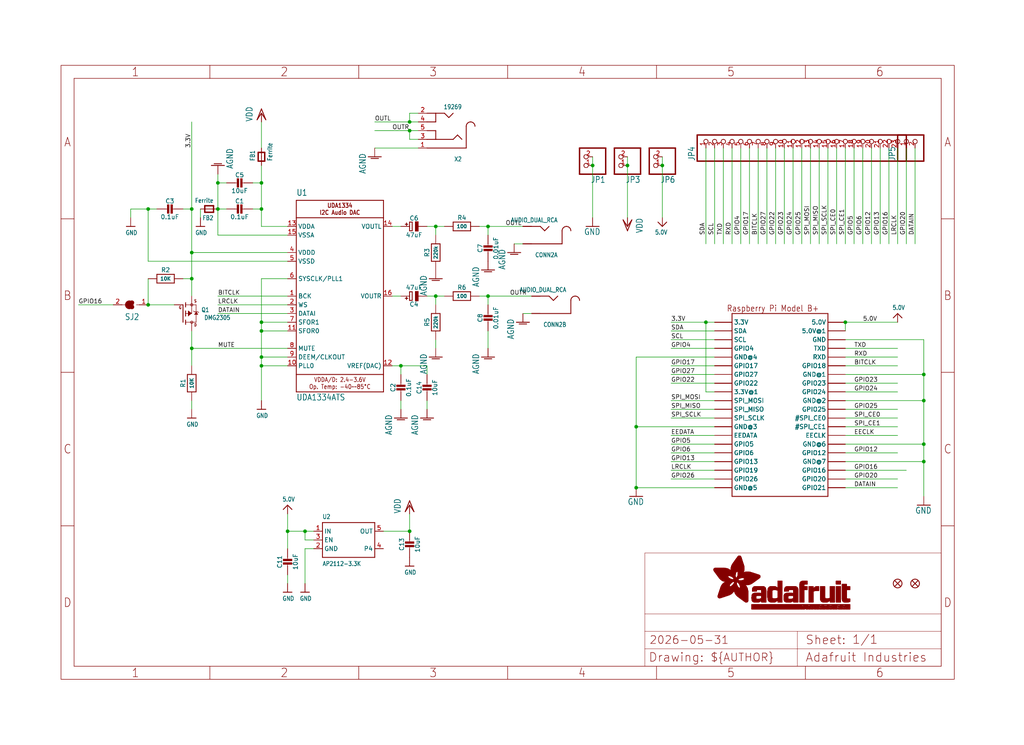
<source format=kicad_sch>
(kicad_sch (version 20230121) (generator eeschema)
  (paper "User" 298.45 217.322)
  (lib_symbols
    (symbol "working-eagle-import:5.0V" (power)
      (property "Value" "5.0V" (at -1.524 1.016 0))
      (symbol "5.0V_1_0"
        (pin power_in line (at 0 -2.54 90) (length 2.54) (name "5.0V") (number "1"))
      )
    )
    (symbol "working-eagle-import:AGND" (power)
      (property "Value" "AGND" (at -2.54 -5.08 90))
      (symbol "AGND_1_0"
        (pin power_in line (at 0 2.54 270) (length 2.54) (name "AGND") (number "1"))
      )
    )
    (symbol "working-eagle-import:AUDIO_3.5MMJACK"
      (property "Reference" "X" (at -5.08 7.62 0))
      (symbol "AUDIO_3.5MMJACK_1_0"
        (pin bidirectional line (at 7.62 5.08 180) (length 2.54) (name "P$1") (number "1"))
        (pin bidirectional line (at 7.62 -5.08 180) (length 2.54) (name "P$5") (number "2"))
        (pin bidirectional line (at 7.62 2.54 180) (length 2.54) (name "P$2") (number "3"))
        (pin bidirectional line (at 7.62 -2.54 180) (length 2.54) (name "P$4") (number "4"))
        (pin bidirectional line (at 7.62 0 180) (length 2.54) (name "P$3") (number "5"))
      )
    )
    (symbol "working-eagle-import:AUDIO_DUAL_RCA"
      (property "Reference" "CONN" (at -2.54 5.08 0))
      (symbol "AUDIO_DUAL_RCA_1_0"
        (pin bidirectional line (at 7.62 2.54 180) (length 2.54) (name "SLEEVE") (number "L_G"))
        (pin bidirectional line (at 7.62 2.54 180) (length 2.54) (name "SLEEVE") (number "L_G'"))
        (pin bidirectional line (at 7.62 -2.54 180) (length 2.54) (name "TIP") (number "L_SIG"))
        (pin bidirectional line (at 7.62 -2.54 180) (length 2.54) (name "TIP") (number "L_SIG'"))
      )
      (symbol "AUDIO_DUAL_RCA_2_0"
        (pin bidirectional line (at 7.62 2.54 180) (length 2.54) (name "SLEEVE") (number "R_G"))
        (pin bidirectional line (at 7.62 2.54 180) (length 2.54) (name "SLEEVE") (number "R_G'"))
        (pin bidirectional line (at 7.62 -2.54 180) (length 2.54) (name "TIP") (number "R_SIG"))
        (pin bidirectional line (at 7.62 -2.54 180) (length 2.54) (name "TIP") (number "R_SIG'"))
      )
    )
    (symbol "working-eagle-import:AUDIO_I2S_UDA1334{dblquote}{dblquote}"
      (property "Reference" "U" (at -12.7 29.21 0))
      (symbol "AUDIO_I2S_UDA1334{dblquote}{dblquote}_1_0"
        (text "UDA1334\nI2C Audio DAC" (at 0 25.4 0) (effects (font (size 1.27 1.0795) (thickness 0.2159) bold)))
        (text "VDDA/D: 2.4-3.6V\nOp. Temp: -40~~85°C" (at 0 -25.4 0) (effects (font (size 1.27 1.0795))))
        (pin input line (at -15.24 0 0) (length 2.54) (name "BCK") (number "1"))
        (pin input line (at -15.24 -20.32 0) (length 2.54) (name "PLL0") (number "10"))
        (pin input line (at -15.24 -10.16 0) (length 2.54) (name "SFOR0") (number "11"))
        (pin output line (at 15.24 -20.32 180) (length 2.54) (name "VREF(DAC)") (number "12"))
        (pin power_in line (at -15.24 20.32 0) (length 2.54) (name "VDDA") (number "13"))
        (pin output line (at 15.24 20.32 180) (length 2.54) (name "VOUTL") (number "14"))
        (pin power_in line (at -15.24 17.78 0) (length 2.54) (name "VSSA") (number "15"))
        (pin output line (at 15.24 0 180) (length 2.54) (name "VOUTR") (number "16"))
        (pin input line (at -15.24 -2.54 0) (length 2.54) (name "WS") (number "2"))
        (pin input line (at -15.24 -5.08 0) (length 2.54) (name "DATAI") (number "3"))
        (pin power_in line (at -15.24 12.7 0) (length 2.54) (name "VDDD") (number "4"))
        (pin power_in line (at -15.24 10.16 0) (length 2.54) (name "VSSD") (number "5"))
        (pin input line (at -15.24 5.08 0) (length 2.54) (name "SYSCLK/PLL1") (number "6"))
        (pin input line (at -15.24 -7.62 0) (length 2.54) (name "SFOR1") (number "7"))
        (pin input line (at -15.24 -15.24 0) (length 2.54) (name "MUTE") (number "8"))
        (pin bidirectional line (at -15.24 -17.78 0) (length 2.54) (name "DEEM/CLKOUT") (number "9"))
      )
    )
    (symbol "working-eagle-import:CAP_CERAMIC0603_NO"
      (property "Reference" "C" (at -2.29 1.25 90))
      (symbol "CAP_CERAMIC0603_NO_1_0"
        (pin passive line (at 0 5.08 270) (length 2.54) (name "1") (number "1"))
        (pin passive line (at 0 -2.54 90) (length 2.54) (name "2") (number "2"))
      )
    )
    (symbol "working-eagle-import:CAP_CERAMIC0805-NOOUTLINE"
      (property "Reference" "C" (at -2.29 1.25 90))
      (symbol "CAP_CERAMIC0805-NOOUTLINE_1_0"
        (pin passive line (at 0 5.08 270) (length 2.54) (name "1") (number "1"))
        (pin passive line (at 0 -2.54 90) (length 2.54) (name "2") (number "2"))
      )
    )
    (symbol "working-eagle-import:CAP_ELECTROLYTICPANASONIC_C"
      (property "Reference" "C" (at -2.39 1.25 90))
      (symbol "CAP_ELECTROLYTICPANASONIC_C_1_0"
        (pin passive line (at 0 5.08 270) (length 2.54) (name "+") (number "+"))
        (pin passive line (at 0 -2.54 90) (length 2.54) (name "-") (number "-"))
      )
    )
    (symbol "working-eagle-import:FERRITE0805"
      (property "Reference" "FB" (at -1.27 1.905 0))
      (symbol "FERRITE0805_1_0"
        (pin passive line (at -2.54 0 0) (length 2.54) (name "P$1") (number "1"))
        (pin passive line (at 2.54 0 180) (length 2.54) (name "P$2") (number "2"))
      )
    )
    (symbol "working-eagle-import:FIDUCIAL_1MM")
    (symbol "working-eagle-import:FRAME_A4_ADAFRUIT"
      (symbol "FRAME_A4_ADAFRUIT_1_0"
        (text "${#}/${##}" (at 230.505 10.16 0) (effects (font (size 2.54 2.54)) (justify left bottom)))
        (text "${AUTHOR}" (at 189.23 5.08 0) (effects (font (size 2.286 2.286)) (justify left bottom)))
        (text "${CURRENT_DATE}" (at 171.45 10.16 0) (effects (font (size 2.286 2.286)) (justify left bottom)))
        (text "${PROJECTNAME}" (at 171.45 15.24 0) (effects (font (size 2.54 2.54)) (justify left bottom)))
        (text "1" (at 21.6958 1.905 0) (effects (font (size 2.54 2.286))))
        (text "1" (at 21.6958 177.165 0) (effects (font (size 2.54 2.286))))
        (text "2" (at 65.0875 1.905 0) (effects (font (size 2.54 2.286))))
        (text "2" (at 65.0875 177.165 0) (effects (font (size 2.54 2.286))))
        (text "3" (at 108.4792 1.905 0) (effects (font (size 2.54 2.286))))
        (text "3" (at 108.4792 177.165 0) (effects (font (size 2.54 2.286))))
        (text "4" (at 151.8708 1.905 0) (effects (font (size 2.54 2.286))))
        (text "4" (at 151.8708 177.165 0) (effects (font (size 2.54 2.286))))
        (text "5" (at 195.2625 1.905 0) (effects (font (size 2.54 2.286))))
        (text "5" (at 195.2625 177.165 0) (effects (font (size 2.54 2.286))))
        (text "6" (at 238.6542 1.905 0) (effects (font (size 2.54 2.286))))
        (text "6" (at 238.6542 177.165 0) (effects (font (size 2.54 2.286))))
        (text "A" (at 1.905 156.6863 0) (effects (font (size 2.54 2.286))))
        (text "A" (at 258.445 156.6863 0) (effects (font (size 2.54 2.286))))
        (text "Adafruit Industries" (at 216.916 4.953 0) (effects (font (size 2.54 2.54)) (justify left bottom)))
        (text "B" (at 1.905 111.9188 0) (effects (font (size 2.54 2.286))))
        (text "B" (at 258.445 111.9188 0) (effects (font (size 2.54 2.286))))
        (text "C" (at 1.905 67.1513 0) (effects (font (size 2.54 2.286))))
        (text "C" (at 258.445 67.1513 0) (effects (font (size 2.54 2.286))))
        (text "D" (at 1.905 22.3838 0) (effects (font (size 2.54 2.286))))
        (text "D" (at 258.445 22.3838 0) (effects (font (size 2.54 2.286))))
        (text "Drawing:" (at 171.196 4.953 0) (effects (font (size 2.54 2.54)) (justify left bottom)))
        (text "Sheet:" (at 216.916 10.033 0) (effects (font (size 2.54 2.54)) (justify left bottom)))
      )
    )
    (symbol "working-eagle-import:GND" (power)
      (property "Value" "GND" (at -1.524 -2.54 0))
      (symbol "GND_1_0"
        (pin power_in line (at 0 2.54 270) (length 2.54) (name "GND") (number "1"))
      )
    )
    (symbol "working-eagle-import:HEADER-1X23"
      (property "Reference" "JP" (at -1.27 31.115 0))
      (symbol "HEADER-1X23_1_0"
        (pin passive inverted (at 2.54 27.94 0) (length 2.54) (name "1") (number "1"))
        (pin passive inverted (at 2.54 5.08 0) (length 2.54) (name "10") (number "10"))
        (pin passive inverted (at 2.54 2.54 0) (length 2.54) (name "11") (number "11"))
        (pin passive inverted (at 2.54 0 0) (length 2.54) (name "12") (number "12"))
        (pin passive inverted (at 2.54 -2.54 0) (length 2.54) (name "13") (number "13"))
        (pin passive inverted (at 2.54 -5.08 0) (length 2.54) (name "14") (number "14"))
        (pin passive inverted (at 2.54 -7.62 0) (length 2.54) (name "15") (number "15"))
        (pin passive inverted (at 2.54 -10.16 0) (length 2.54) (name "16") (number "16"))
        (pin passive inverted (at 2.54 -12.7 0) (length 2.54) (name "17") (number "17"))
        (pin passive inverted (at 2.54 -15.24 0) (length 2.54) (name "18") (number "18"))
        (pin passive inverted (at 2.54 -17.78 0) (length 2.54) (name "19") (number "19"))
        (pin passive inverted (at 2.54 25.4 0) (length 2.54) (name "2") (number "2"))
        (pin passive inverted (at 2.54 -20.32 0) (length 2.54) (name "20") (number "20"))
        (pin passive inverted (at 2.54 -22.86 0) (length 2.54) (name "21") (number "21"))
        (pin passive inverted (at 2.54 -25.4 0) (length 2.54) (name "22") (number "22"))
        (pin passive inverted (at 2.54 -27.94 0) (length 2.54) (name "23") (number "23"))
        (pin passive inverted (at 2.54 22.86 0) (length 2.54) (name "3") (number "3"))
        (pin passive inverted (at 2.54 20.32 0) (length 2.54) (name "4") (number "4"))
        (pin passive inverted (at 2.54 17.78 0) (length 2.54) (name "5") (number "5"))
        (pin passive inverted (at 2.54 15.24 0) (length 2.54) (name "6") (number "6"))
        (pin passive inverted (at 2.54 12.7 0) (length 2.54) (name "7") (number "7"))
        (pin passive inverted (at 2.54 10.16 0) (length 2.54) (name "8") (number "8"))
        (pin passive inverted (at 2.54 7.62 0) (length 2.54) (name "9") (number "9"))
      )
    )
    (symbol "working-eagle-import:HEADER-1X2ROUND"
      (property "Reference" "JP" (at -6.35 5.715 0))
      (symbol "HEADER-1X2ROUND_1_0"
        (pin passive inverted (at -2.54 2.54 0) (length 2.54) (name "1") (number "1"))
        (pin passive inverted (at -2.54 0 0) (length 2.54) (name "2") (number "2"))
      )
    )
    (symbol "working-eagle-import:MOSFET-PWIDE"
      (property "Reference" "Q" (at 2.794 0.381 0))
      (symbol "MOSFET-PWIDE_1_0"
        (text "D" (at 0.635 -3.81 0) (effects (font (size 0.8128 0.6908)) (justify left bottom)))
        (text "G" (at -3.81 1.27 0) (effects (font (size 0.8128 0.6908)) (justify left bottom)))
        (text "S" (at 0.635 3.175 0) (effects (font (size 0.8128 0.6908)) (justify left bottom)))
        (pin passive line (at -5.08 2.54 0) (length 2.54) (name "G") (number "1"))
        (pin passive line (at 0 5.08 270) (length 2.54) (name "S") (number "2"))
        (pin passive line (at 0 -5.08 90) (length 2.54) (name "D") (number "3"))
      )
    )
    (symbol "working-eagle-import:RASPBERRYPI_BPLUS_BONNET_THMSMT"
      (symbol "RASPBERRYPI_BPLUS_BONNET_THMSMT_1_0"
        (text "Raspberry Pi Model B+" (at 12.7 25.4 0) (effects (font (size 1.778 1.5113)) (justify right top)))
        (pin power_in line (at -17.78 20.32 0) (length 5.08) (name "3.3V") (number "1"))
        (pin bidirectional line (at 20.32 10.16 180) (length 5.08) (name "RXD") (number "10"))
        (pin bidirectional line (at -17.78 7.62 0) (length 5.08) (name "GPIO17") (number "11"))
        (pin bidirectional line (at 20.32 7.62 180) (length 5.08) (name "GPIO18") (number "12"))
        (pin bidirectional line (at -17.78 5.08 0) (length 5.08) (name "GPIO27") (number "13"))
        (pin power_in line (at 20.32 5.08 180) (length 5.08) (name "GND@1") (number "14"))
        (pin bidirectional line (at -17.78 2.54 0) (length 5.08) (name "GPIO22") (number "15"))
        (pin bidirectional line (at 20.32 2.54 180) (length 5.08) (name "GPIO23") (number "16"))
        (pin power_in line (at -17.78 0 0) (length 5.08) (name "3.3V@1") (number "17"))
        (pin bidirectional line (at 20.32 0 180) (length 5.08) (name "GPIO24") (number "18"))
        (pin bidirectional line (at -17.78 -2.54 0) (length 5.08) (name "SPI_MOSI") (number "19"))
        (pin power_in line (at 20.32 20.32 180) (length 5.08) (name "5.0V") (number "2"))
        (pin power_in line (at 20.32 -2.54 180) (length 5.08) (name "GND@2") (number "20"))
        (pin bidirectional line (at -17.78 -5.08 0) (length 5.08) (name "SPI_MISO") (number "21"))
        (pin bidirectional line (at 20.32 -5.08 180) (length 5.08) (name "GPIO25") (number "22"))
        (pin bidirectional line (at -17.78 -7.62 0) (length 5.08) (name "SPI_SCLK") (number "23"))
        (pin bidirectional line (at 20.32 -7.62 180) (length 5.08) (name "#SPI_CE0") (number "24"))
        (pin power_in line (at -17.78 -10.16 0) (length 5.08) (name "GND@3") (number "25"))
        (pin bidirectional line (at 20.32 -10.16 180) (length 5.08) (name "#SPI_CE1") (number "26"))
        (pin bidirectional line (at -17.78 -12.7 0) (length 5.08) (name "EEDATA") (number "27"))
        (pin bidirectional line (at 20.32 -12.7 180) (length 5.08) (name "EECLK") (number "28"))
        (pin bidirectional line (at -17.78 -15.24 0) (length 5.08) (name "GPIO5") (number "29"))
        (pin bidirectional line (at -17.78 17.78 0) (length 5.08) (name "SDA") (number "3"))
        (pin power_in line (at 20.32 -15.24 180) (length 5.08) (name "GND@6") (number "30"))
        (pin bidirectional line (at -17.78 -17.78 0) (length 5.08) (name "GPIO6") (number "31"))
        (pin bidirectional line (at 20.32 -17.78 180) (length 5.08) (name "GPIO12") (number "32"))
        (pin bidirectional line (at -17.78 -20.32 0) (length 5.08) (name "GPIO13") (number "33"))
        (pin power_in line (at 20.32 -20.32 180) (length 5.08) (name "GND@7") (number "34"))
        (pin bidirectional line (at -17.78 -22.86 0) (length 5.08) (name "GPIO19") (number "35"))
        (pin bidirectional line (at 20.32 -22.86 180) (length 5.08) (name "GPIO16") (number "36"))
        (pin bidirectional line (at -17.78 -25.4 0) (length 5.08) (name "GPIO26") (number "37"))
        (pin bidirectional line (at 20.32 -25.4 180) (length 5.08) (name "GPIO20") (number "38"))
        (pin power_in line (at -17.78 -27.94 0) (length 5.08) (name "GND@5") (number "39"))
        (pin power_in line (at 20.32 17.78 180) (length 5.08) (name "5.0V@1") (number "4"))
        (pin bidirectional line (at 20.32 -27.94 180) (length 5.08) (name "GPIO21") (number "40"))
        (pin bidirectional line (at -17.78 15.24 0) (length 5.08) (name "SCL") (number "5"))
        (pin power_in line (at 20.32 15.24 180) (length 5.08) (name "GND") (number "6"))
        (pin bidirectional line (at -17.78 12.7 0) (length 5.08) (name "GPIO4") (number "7"))
        (pin bidirectional line (at 20.32 12.7 180) (length 5.08) (name "TXD") (number "8"))
        (pin power_in line (at -17.78 10.16 0) (length 5.08) (name "GND@4") (number "9"))
        (pin power_in line (at -17.78 20.32 0) (length 5.08) (name "3.3V") (number "S1"))
        (pin bidirectional line (at 20.32 10.16 180) (length 5.08) (name "RXD") (number "S10"))
        (pin bidirectional line (at -17.78 7.62 0) (length 5.08) (name "GPIO17") (number "S11"))
        (pin bidirectional line (at 20.32 7.62 180) (length 5.08) (name "GPIO18") (number "S12"))
        (pin bidirectional line (at -17.78 5.08 0) (length 5.08) (name "GPIO27") (number "S13"))
        (pin power_in line (at 20.32 5.08 180) (length 5.08) (name "GND@1") (number "S14"))
        (pin bidirectional line (at -17.78 2.54 0) (length 5.08) (name "GPIO22") (number "S15"))
        (pin bidirectional line (at 20.32 2.54 180) (length 5.08) (name "GPIO23") (number "S16"))
        (pin power_in line (at -17.78 0 0) (length 5.08) (name "3.3V@1") (number "S17"))
        (pin bidirectional line (at 20.32 0 180) (length 5.08) (name "GPIO24") (number "S18"))
        (pin bidirectional line (at -17.78 -2.54 0) (length 5.08) (name "SPI_MOSI") (number "S19"))
        (pin power_in line (at 20.32 20.32 180) (length 5.08) (name "5.0V") (number "S2"))
        (pin power_in line (at 20.32 -2.54 180) (length 5.08) (name "GND@2") (number "S20"))
        (pin bidirectional line (at -17.78 -5.08 0) (length 5.08) (name "SPI_MISO") (number "S21"))
        (pin bidirectional line (at 20.32 -5.08 180) (length 5.08) (name "GPIO25") (number "S22"))
        (pin bidirectional line (at -17.78 -7.62 0) (length 5.08) (name "SPI_SCLK") (number "S23"))
        (pin bidirectional line (at 20.32 -7.62 180) (length 5.08) (name "#SPI_CE0") (number "S24"))
        (pin power_in line (at -17.78 -10.16 0) (length 5.08) (name "GND@3") (number "S25"))
        (pin bidirectional line (at 20.32 -10.16 180) (length 5.08) (name "#SPI_CE1") (number "S26"))
        (pin bidirectional line (at -17.78 -12.7 0) (length 5.08) (name "EEDATA") (number "S27"))
        (pin bidirectional line (at 20.32 -12.7 180) (length 5.08) (name "EECLK") (number "S28"))
        (pin bidirectional line (at -17.78 -15.24 0) (length 5.08) (name "GPIO5") (number "S29"))
        (pin bidirectional line (at -17.78 17.78 0) (length 5.08) (name "SDA") (number "S3"))
        (pin power_in line (at 20.32 -15.24 180) (length 5.08) (name "GND@6") (number "S30"))
        (pin bidirectional line (at -17.78 -17.78 0) (length 5.08) (name "GPIO6") (number "S31"))
        (pin bidirectional line (at 20.32 -17.78 180) (length 5.08) (name "GPIO12") (number "S32"))
        (pin bidirectional line (at -17.78 -20.32 0) (length 5.08) (name "GPIO13") (number "S33"))
        (pin power_in line (at 20.32 -20.32 180) (length 5.08) (name "GND@7") (number "S34"))
        (pin bidirectional line (at -17.78 -22.86 0) (length 5.08) (name "GPIO19") (number "S35"))
        (pin bidirectional line (at 20.32 -22.86 180) (length 5.08) (name "GPIO16") (number "S36"))
        (pin bidirectional line (at -17.78 -25.4 0) (length 5.08) (name "GPIO26") (number "S37"))
        (pin bidirectional line (at 20.32 -25.4 180) (length 5.08) (name "GPIO20") (number "S38"))
        (pin power_in line (at -17.78 -27.94 0) (length 5.08) (name "GND@5") (number "S39"))
        (pin power_in line (at 20.32 17.78 180) (length 5.08) (name "5.0V@1") (number "S4"))
        (pin bidirectional line (at 20.32 -27.94 180) (length 5.08) (name "GPIO21") (number "S40"))
        (pin bidirectional line (at -17.78 15.24 0) (length 5.08) (name "SCL") (number "S5"))
        (pin power_in line (at 20.32 15.24 180) (length 5.08) (name "GND") (number "S6"))
        (pin bidirectional line (at -17.78 12.7 0) (length 5.08) (name "GPIO4") (number "S7"))
        (pin bidirectional line (at 20.32 12.7 180) (length 5.08) (name "TXD") (number "S8"))
        (pin power_in line (at -17.78 10.16 0) (length 5.08) (name "GND@4") (number "S9"))
      )
    )
    (symbol "working-eagle-import:RESISTOR_0603_NOOUT"
      (property "Reference" "R" (at 0 2.54 0))
      (symbol "RESISTOR_0603_NOOUT_1_0"
        (pin passive line (at -5.08 0 0) (length 2.54) (name "1") (number "1"))
        (pin passive line (at 5.08 0 180) (length 2.54) (name "2") (number "2"))
      )
    )
    (symbol "working-eagle-import:SOLDERJUMPER_CLOSED"
      (property "Reference" "SJ" (at -2.54 2.54 0))
      (symbol "SOLDERJUMPER_CLOSED_1_0"
        (pin passive line (at -5.08 0 0) (length 2.54) (name "1") (number "1"))
        (pin passive line (at 5.08 0 180) (length 2.54) (name "2") (number "2"))
      )
    )
    (symbol "working-eagle-import:VDD" (power)
      (property "Value" "VDD" (at -2.54 -2.54 90))
      (symbol "VDD_1_0"
        (pin power_in line (at 0 -2.54 90) (length 2.54) (name "VDD") (number "1"))
      )
    )
    (symbol "working-eagle-import:VREG_SOT23-5"
      (property "Reference" "U" (at -7.62 6.096 0))
      (symbol "VREG_SOT23-5_1_0"
        (pin power_in line (at -10.16 2.54 0) (length 2.54) (name "IN") (number "1"))
        (pin power_in line (at -10.16 -2.54 0) (length 2.54) (name "GND") (number "2"))
        (pin input line (at -10.16 0 0) (length 2.54) (name "EN") (number "3"))
        (pin bidirectional line (at 10.16 -2.54 180) (length 2.54) (name "P4") (number "4"))
        (pin power_in line (at 10.16 2.54 180) (length 2.54) (name "OUT") (number "5"))
      )
    )
    (symbol "working-eagle-import:supply1_GND" (power)
      (property "Value" "supply1_GND" (at -2.54 -2.54 0))
      (symbol "supply1_GND_1_0"
        (pin power_in line (at 0 2.54 270) (length 2.54) (name "GND") (number "1"))
      )
    )
  )
  (junction (at 76.2 93.98))
  (junction (at 43.18 60.96))
  (junction (at 116.84 106.68))
  (junction (at 182.88 48.26))
  (junction (at 55.88 81.28))
  (junction (at 119.38 35.56))
  (junction (at 193.04 48.26))
  (junction (at 269.24 129.54))
  (junction (at 119.38 154.94))
  (junction (at 172.72 48.26))
  (junction (at 269.24 134.62))
  (junction (at 142.24 86.36))
  (junction (at 76.2 104.14))
  (junction (at 119.38 38.1))
  (junction (at 142.24 66.04))
  (junction (at 246.38 93.98))
  (junction (at 63.5 53.34))
  (junction (at 83.82 154.94))
  (junction (at 55.88 60.96))
  (junction (at 76.2 53.34))
  (junction (at 127 66.04))
  (junction (at 76.2 106.68))
  (junction (at 55.88 73.66))
  (junction (at 55.88 101.6))
  (junction (at 43.18 88.9))
  (junction (at 205.74 93.98))
  (junction (at 269.24 116.84))
  (junction (at 185.42 142.24))
  (junction (at 76.2 60.96))
  (junction (at 185.42 124.46))
  (junction (at 88.9 154.94))
  (junction (at 127 86.36))
  (junction (at 76.2 96.52))
  (junction (at 269.24 109.22))
  (junction (at 63.5 60.96))
  (wire (pts (xy 55.88 60.96) (xy 55.88 35.56)) (stroke (width 0.1524)))
  (wire (pts (xy 185.42 104.14) (xy 208.28 104.14)) (stroke (width 0.1524)))
  (wire (pts (xy 127 88.9) (xy 127 86.36)) (stroke (width 0.1524)))
  (wire (pts (xy 256.54 71.12) (xy 256.54 43.18)) (stroke (width 0.1524)))
  (wire (pts (xy 208.28 71.12) (xy 208.28 43.18)) (stroke (width 0.1524)))
  (wire (pts (xy 121.92 35.56) (xy 119.38 35.56)) (stroke (width 0.1524)))
  (wire (pts (xy 246.38 71.12) (xy 246.38 43.18)) (stroke (width 0.1524)))
  (wire (pts (xy 139.7 66.04) (xy 142.24 66.04)) (stroke (width 0.1524)))
  (wire (pts (xy 91.44 154.94) (xy 88.9 154.94)) (stroke (width 0.1524)))
  (wire (pts (xy 243.84 43.18) (xy 243.84 71.12)) (stroke (width 0.1524)))
  (wire (pts (xy 215.9 43.18) (xy 215.9 71.12)) (stroke (width 0.1524)))
  (wire (pts (xy 83.82 81.28) (xy 76.2 81.28)) (stroke (width 0.1524)))
  (wire (pts (xy 246.38 127) (xy 261.62 127)) (stroke (width 0.1524)))
  (wire (pts (xy 246.38 114.3) (xy 261.62 114.3)) (stroke (width 0.1524)))
  (wire (pts (xy 208.28 99.06) (xy 195.58 99.06)) (stroke (width 0.1524)))
  (wire (pts (xy 182.88 48.26) (xy 182.88 63.5)) (stroke (width 0.1524)))
  (wire (pts (xy 119.38 40.64) (xy 119.38 38.1)) (stroke (width 0.1524)))
  (wire (pts (xy 83.82 76.2) (xy 43.18 76.2)) (stroke (width 0.1524)))
  (wire (pts (xy 53.34 60.96) (xy 55.88 60.96)) (stroke (width 0.1524)))
  (wire (pts (xy 63.5 50.8) (xy 63.5 53.34)) (stroke (width 0.1524)))
  (wire (pts (xy 172.72 48.26) (xy 172.72 63.5)) (stroke (width 0.1524)))
  (wire (pts (xy 269.24 109.22) (xy 269.24 116.84)) (stroke (width 0.1524)))
  (wire (pts (xy 76.2 96.52) (xy 76.2 104.14)) (stroke (width 0.1524)))
  (wire (pts (xy 195.58 121.92) (xy 208.28 121.92)) (stroke (width 0.1524)))
  (wire (pts (xy 269.24 129.54) (xy 269.24 134.62)) (stroke (width 0.1524)))
  (wire (pts (xy 142.24 96.52) (xy 142.24 101.6)) (stroke (width 0.1524)))
  (wire (pts (xy 83.82 86.36) (xy 63.5 86.36)) (stroke (width 0.1524)))
  (wire (pts (xy 246.38 99.06) (xy 269.24 99.06)) (stroke (width 0.1524)))
  (wire (pts (xy 43.18 81.28) (xy 43.18 88.9)) (stroke (width 0.1524)))
  (wire (pts (xy 195.58 134.62) (xy 208.28 134.62)) (stroke (width 0.1524)))
  (wire (pts (xy 208.28 101.6) (xy 195.58 101.6)) (stroke (width 0.1524)))
  (wire (pts (xy 83.82 93.98) (xy 76.2 93.98)) (stroke (width 0.1524)))
  (wire (pts (xy 55.88 86.36) (xy 55.88 81.28)) (stroke (width 0.1524)))
  (wire (pts (xy 246.38 111.76) (xy 261.62 111.76)) (stroke (width 0.1524)))
  (wire (pts (xy 246.38 116.84) (xy 269.24 116.84)) (stroke (width 0.1524)))
  (wire (pts (xy 76.2 106.68) (xy 76.2 116.84)) (stroke (width 0.1524)))
  (wire (pts (xy 88.9 154.94) (xy 83.82 154.94)) (stroke (width 0.1524)))
  (wire (pts (xy 269.24 116.84) (xy 269.24 129.54)) (stroke (width 0.1524)))
  (wire (pts (xy 246.38 129.54) (xy 269.24 129.54)) (stroke (width 0.1524)))
  (wire (pts (xy 127 68.58) (xy 127 66.04)) (stroke (width 0.1524)))
  (wire (pts (xy 119.38 154.94) (xy 119.38 149.86)) (stroke (width 0.1524)))
  (wire (pts (xy 124.46 116.84) (xy 124.46 119.38)) (stroke (width 0.1524)))
  (wire (pts (xy 142.24 86.36) (xy 142.24 88.9)) (stroke (width 0.1524)))
  (wire (pts (xy 43.18 60.96) (xy 38.1 60.96)) (stroke (width 0.1524)))
  (wire (pts (xy 246.38 93.98) (xy 261.62 93.98)) (stroke (width 0.1524)))
  (wire (pts (xy 226.06 71.12) (xy 226.06 43.18)) (stroke (width 0.1524)))
  (wire (pts (xy 119.38 35.56) (xy 119.38 33.02)) (stroke (width 0.1524)))
  (wire (pts (xy 261.62 104.14) (xy 246.38 104.14)) (stroke (width 0.1524)))
  (wire (pts (xy 195.58 119.38) (xy 208.28 119.38)) (stroke (width 0.1524)))
  (wire (pts (xy 76.2 60.96) (xy 76.2 53.34)) (stroke (width 0.1524)))
  (wire (pts (xy 236.22 71.12) (xy 236.22 43.18)) (stroke (width 0.1524)))
  (wire (pts (xy 195.58 132.08) (xy 208.28 132.08)) (stroke (width 0.1524)))
  (wire (pts (xy 58.42 60.96) (xy 58.42 63.5)) (stroke (width 0.1524)))
  (wire (pts (xy 246.38 109.22) (xy 269.24 109.22)) (stroke (width 0.1524)))
  (wire (pts (xy 43.18 76.2) (xy 43.18 60.96)) (stroke (width 0.1524)))
  (wire (pts (xy 264.16 43.18) (xy 264.16 71.12)) (stroke (width 0.1524)))
  (wire (pts (xy 63.5 68.58) (xy 63.5 60.96)) (stroke (width 0.1524)))
  (wire (pts (xy 127 66.04) (xy 124.46 66.04)) (stroke (width 0.1524)))
  (wire (pts (xy 205.74 93.98) (xy 195.58 93.98)) (stroke (width 0.1524)))
  (wire (pts (xy 111.76 154.94) (xy 119.38 154.94)) (stroke (width 0.1524)))
  (wire (pts (xy 91.44 157.48) (xy 88.9 157.48)) (stroke (width 0.1524)))
  (wire (pts (xy 76.2 66.04) (xy 76.2 60.96)) (stroke (width 0.1524)))
  (wire (pts (xy 139.7 86.36) (xy 142.24 86.36)) (stroke (width 0.1524)))
  (wire (pts (xy 142.24 66.04) (xy 152.4 66.04)) (stroke (width 0.1524)))
  (wire (pts (xy 246.38 132.08) (xy 261.62 132.08)) (stroke (width 0.1524)))
  (wire (pts (xy 142.24 86.36) (xy 154.94 86.36)) (stroke (width 0.1524)))
  (wire (pts (xy 55.88 73.66) (xy 55.88 60.96)) (stroke (width 0.1524)))
  (wire (pts (xy 259.08 43.18) (xy 259.08 71.12)) (stroke (width 0.1524)))
  (wire (pts (xy 195.58 137.16) (xy 208.28 137.16)) (stroke (width 0.1524)))
  (wire (pts (xy 73.66 60.96) (xy 76.2 60.96)) (stroke (width 0.1524)))
  (wire (pts (xy 109.22 43.18) (xy 121.92 43.18)) (stroke (width 0.1524)))
  (wire (pts (xy 83.82 91.44) (xy 63.5 91.44)) (stroke (width 0.1524)))
  (wire (pts (xy 43.18 88.9) (xy 50.8 88.9)) (stroke (width 0.1524)))
  (wire (pts (xy 119.38 35.56) (xy 109.22 35.56)) (stroke (width 0.1524)))
  (wire (pts (xy 127 86.36) (xy 124.46 86.36)) (stroke (width 0.1524)))
  (wire (pts (xy 114.3 106.68) (xy 116.84 106.68)) (stroke (width 0.1524)))
  (wire (pts (xy 208.28 142.24) (xy 185.42 142.24)) (stroke (width 0.1524)))
  (wire (pts (xy 91.44 160.02) (xy 88.9 160.02)) (stroke (width 0.1524)))
  (wire (pts (xy 205.74 114.3) (xy 205.74 93.98)) (stroke (width 0.1524)))
  (wire (pts (xy 116.84 116.84) (xy 116.84 119.38)) (stroke (width 0.1524)))
  (wire (pts (xy 246.38 142.24) (xy 261.62 142.24)) (stroke (width 0.1524)))
  (wire (pts (xy 205.74 114.3) (xy 208.28 114.3)) (stroke (width 0.1524)))
  (wire (pts (xy 246.38 124.46) (xy 261.62 124.46)) (stroke (width 0.1524)))
  (wire (pts (xy 63.5 53.34) (xy 66.04 53.34)) (stroke (width 0.1524)))
  (wire (pts (xy 116.84 106.68) (xy 116.84 109.22)) (stroke (width 0.1524)))
  (wire (pts (xy 83.82 160.02) (xy 83.82 154.94)) (stroke (width 0.1524)))
  (wire (pts (xy 233.68 43.18) (xy 233.68 71.12)) (stroke (width 0.1524)))
  (wire (pts (xy 76.2 53.34) (xy 76.2 48.26)) (stroke (width 0.1524)))
  (wire (pts (xy 83.82 104.14) (xy 76.2 104.14)) (stroke (width 0.1524)))
  (wire (pts (xy 172.72 48.26) (xy 172.72 45.72)) (stroke (width 0.1524)))
  (wire (pts (xy 76.2 93.98) (xy 76.2 96.52)) (stroke (width 0.1524)))
  (wire (pts (xy 246.38 106.68) (xy 261.62 106.68)) (stroke (width 0.1524)))
  (wire (pts (xy 269.24 134.62) (xy 269.24 144.78)) (stroke (width 0.1524)))
  (wire (pts (xy 83.82 96.52) (xy 76.2 96.52)) (stroke (width 0.1524)))
  (wire (pts (xy 83.82 73.66) (xy 55.88 73.66)) (stroke (width 0.1524)))
  (wire (pts (xy 152.4 91.44) (xy 154.94 91.44)) (stroke (width 0.1524)))
  (wire (pts (xy 213.36 71.12) (xy 213.36 43.18)) (stroke (width 0.1524)))
  (wire (pts (xy 83.82 66.04) (xy 76.2 66.04)) (stroke (width 0.1524)))
  (wire (pts (xy 127 99.06) (xy 127 101.6)) (stroke (width 0.1524)))
  (wire (pts (xy 76.2 43.18) (xy 76.2 35.56)) (stroke (width 0.1524)))
  (wire (pts (xy 195.58 139.7) (xy 208.28 139.7)) (stroke (width 0.1524)))
  (wire (pts (xy 38.1 60.96) (xy 38.1 63.5)) (stroke (width 0.1524)))
  (wire (pts (xy 55.88 101.6) (xy 55.88 106.68)) (stroke (width 0.1524)))
  (wire (pts (xy 246.38 137.16) (xy 264.16 137.16)) (stroke (width 0.1524)))
  (wire (pts (xy 246.38 134.62) (xy 269.24 134.62)) (stroke (width 0.1524)))
  (wire (pts (xy 83.82 88.9) (xy 63.5 88.9)) (stroke (width 0.1524)))
  (wire (pts (xy 76.2 104.14) (xy 76.2 106.68)) (stroke (width 0.1524)))
  (wire (pts (xy 55.88 81.28) (xy 55.88 73.66)) (stroke (width 0.1524)))
  (wire (pts (xy 193.04 48.26) (xy 193.04 63.5)) (stroke (width 0.1524)))
  (wire (pts (xy 195.58 129.54) (xy 208.28 129.54)) (stroke (width 0.1524)))
  (wire (pts (xy 248.92 43.18) (xy 248.92 71.12)) (stroke (width 0.1524)))
  (wire (pts (xy 124.46 106.68) (xy 124.46 109.22)) (stroke (width 0.1524)))
  (wire (pts (xy 83.82 167.64) (xy 83.82 170.18)) (stroke (width 0.1524)))
  (wire (pts (xy 193.04 45.72) (xy 193.04 48.26)) (stroke (width 0.1524)))
  (wire (pts (xy 254 43.18) (xy 254 71.12)) (stroke (width 0.1524)))
  (wire (pts (xy 55.88 116.84) (xy 55.88 119.38)) (stroke (width 0.1524)))
  (wire (pts (xy 83.82 154.94) (xy 83.82 149.86)) (stroke (width 0.1524)))
  (wire (pts (xy 246.38 121.92) (xy 261.62 121.92)) (stroke (width 0.1524)))
  (wire (pts (xy 83.82 101.6) (xy 55.88 101.6)) (stroke (width 0.1524)))
  (wire (pts (xy 55.88 81.28) (xy 53.34 81.28)) (stroke (width 0.1524)))
  (wire (pts (xy 208.28 96.52) (xy 195.58 96.52)) (stroke (width 0.1524)))
  (wire (pts (xy 45.72 60.96) (xy 43.18 60.96)) (stroke (width 0.1524)))
  (wire (pts (xy 83.82 106.68) (xy 76.2 106.68)) (stroke (width 0.1524)))
  (wire (pts (xy 121.92 38.1) (xy 119.38 38.1)) (stroke (width 0.1524)))
  (wire (pts (xy 246.38 139.7) (xy 261.62 139.7)) (stroke (width 0.1524)))
  (wire (pts (xy 83.82 68.58) (xy 63.5 68.58)) (stroke (width 0.1524)))
  (wire (pts (xy 182.88 48.26) (xy 182.88 45.72)) (stroke (width 0.1524)))
  (wire (pts (xy 127 66.04) (xy 129.54 66.04)) (stroke (width 0.1524)))
  (wire (pts (xy 205.74 43.18) (xy 205.74 71.12)) (stroke (width 0.1524)))
  (wire (pts (xy 114.3 66.04) (xy 116.84 66.04)) (stroke (width 0.1524)))
  (wire (pts (xy 208.28 93.98) (xy 205.74 93.98)) (stroke (width 0.1524)))
  (wire (pts (xy 185.42 124.46) (xy 185.42 142.24)) (stroke (width 0.1524)))
  (wire (pts (xy 88.9 157.48) (xy 88.9 154.94)) (stroke (width 0.1524)))
  (wire (pts (xy 185.42 124.46) (xy 185.42 104.14)) (stroke (width 0.1524)))
  (wire (pts (xy 210.82 43.18) (xy 210.82 71.12)) (stroke (width 0.1524)))
  (wire (pts (xy 246.38 96.52) (xy 246.38 93.98)) (stroke (width 0.1524)))
  (wire (pts (xy 195.58 116.84) (xy 208.28 116.84)) (stroke (width 0.1524)))
  (wire (pts (xy 246.38 101.6) (xy 261.62 101.6)) (stroke (width 0.1524)))
  (wire (pts (xy 218.44 71.12) (xy 218.44 43.18)) (stroke (width 0.1524)))
  (wire (pts (xy 121.92 40.64) (xy 119.38 40.64)) (stroke (width 0.1524)))
  (wire (pts (xy 55.88 96.52) (xy 55.88 101.6)) (stroke (width 0.1524)))
  (wire (pts (xy 116.84 86.36) (xy 114.3 86.36)) (stroke (width 0.1524)))
  (wire (pts (xy 269.24 99.06) (xy 269.24 109.22)) (stroke (width 0.1524)))
  (wire (pts (xy 76.2 93.98) (xy 76.2 81.28)) (stroke (width 0.1524)))
  (wire (pts (xy 208.28 111.76) (xy 195.58 111.76)) (stroke (width 0.1524)))
  (wire (pts (xy 223.52 43.18) (xy 223.52 71.12)) (stroke (width 0.1524)))
  (wire (pts (xy 261.62 71.12) (xy 261.62 43.18)) (stroke (width 0.1524)))
  (wire (pts (xy 119.38 38.1) (xy 109.22 38.1)) (stroke (width 0.1524)))
  (wire (pts (xy 149.86 71.12) (xy 152.4 71.12)) (stroke (width 0.1524)))
  (wire (pts (xy 185.42 124.46) (xy 208.28 124.46)) (stroke (width 0.1524)))
  (wire (pts (xy 228.6 43.18) (xy 228.6 71.12)) (stroke (width 0.1524)))
  (wire (pts (xy 127 86.36) (xy 129.54 86.36)) (stroke (width 0.1524)))
  (wire (pts (xy 195.58 109.22) (xy 208.28 109.22)) (stroke (width 0.1524)))
  (wire (pts (xy 66.04 60.96) (xy 63.5 60.96)) (stroke (width 0.1524)))
  (wire (pts (xy 121.92 33.02) (xy 119.38 33.02)) (stroke (width 0.1524)))
  (wire (pts (xy 142.24 66.04) (xy 142.24 68.58)) (stroke (width 0.1524)))
  (wire (pts (xy 208.28 106.68) (xy 195.58 106.68)) (stroke (width 0.1524)))
  (wire (pts (xy 238.76 43.18) (xy 238.76 71.12)) (stroke (width 0.1524)))
  (wire (pts (xy 241.3 71.12) (xy 241.3 43.18)) (stroke (width 0.1524)))
  (wire (pts (xy 246.38 119.38) (xy 261.62 119.38)) (stroke (width 0.1524)))
  (wire (pts (xy 63.5 60.96) (xy 63.5 53.34)) (stroke (width 0.1524)))
  (wire (pts (xy 231.14 71.12) (xy 231.14 43.18)) (stroke (width 0.1524)))
  (wire (pts (xy 88.9 160.02) (xy 88.9 170.18)) (stroke (width 0.1524)))
  (wire (pts (xy 33.02 88.9) (xy 22.86 88.9)) (stroke (width 0.1524)))
  (wire (pts (xy 251.46 71.12) (xy 251.46 43.18)) (stroke (width 0.1524)))
  (wire (pts (xy 220.98 71.12) (xy 220.98 43.18)) (stroke (width 0.1524)))
  (wire (pts (xy 208.28 127) (xy 195.58 127)) (stroke (width 0.1524)))
  (wire (pts (xy 73.66 53.34) (xy 76.2 53.34)) (stroke (width 0.1524)))
  (wire (pts (xy 116.84 106.68) (xy 124.46 106.68)) (stroke (width 0.1524)))
  (wire (pts (xy 266.7 71.12) (xy 266.7 43.18)) (stroke (width 0.1524)))
  (label "SPI_MOSI" (at 195.58 116.84 0) (effects (font (size 1.2446 1.2446))))
  (label "BITCLK" (at 248.92 106.68 0) (effects (font (size 1.2446 1.2446))))
  (label "SPI_MISO" (at 238.76 68.58 90) (effects (font (size 1.2446 1.2446))))
  (label "LRCLK" (at 195.58 137.16 0) (effects (font (size 1.2446 1.2446))))
  (label "GPIO4" (at 195.58 101.6 0) (effects (font (size 1.2446 1.2446))))
  (label "GPIO17" (at 218.44 68.58 90) (effects (font (size 1.2446 1.2446))))
  (label "GPIO4" (at 215.9 68.58 90) (effects (font (size 1.2446 1.2446))))
  (label "TXD" (at 210.82 68.58 90) (effects (font (size 1.2446 1.2446))))
  (label "RXD" (at 213.36 68.58 90) (effects (font (size 1.2446 1.2446))))
  (label "GPIO24" (at 231.14 68.58 90) (effects (font (size 1.2446 1.2446))))
  (label "GPIO5" (at 248.92 68.58 90) (effects (font (size 1.2446 1.2446))))
  (label "GPIO13" (at 195.58 134.62 0) (effects (font (size 1.2446 1.2446))))
  (label "OUTL" (at 109.22 35.56 0) (effects (font (size 1.2446 1.2446))))
  (label "SPI_SCLK" (at 241.3 68.58 90) (effects (font (size 1.2446 1.2446))))
  (label "GPIO13" (at 256.54 68.58 90) (effects (font (size 1.2446 1.2446))))
  (label "GPIO16" (at 248.92 137.16 0) (effects (font (size 1.2446 1.2446))))
  (label "DATAIN" (at 248.92 142.24 0) (effects (font (size 1.2446 1.2446))))
  (label "3.3V" (at 55.88 43.18 90) (effects (font (size 1.2446 1.2446))))
  (label "GPIO22" (at 195.58 111.76 0) (effects (font (size 1.2446 1.2446))))
  (label "GPIO20" (at 248.92 139.7 0) (effects (font (size 1.2446 1.2446))))
  (label "TXD" (at 248.92 101.6 0) (effects (font (size 1.2446 1.2446))))
  (label "GPIO23" (at 228.6 68.58 90) (effects (font (size 1.2446 1.2446))))
  (label "GPIO27" (at 195.58 109.22 0) (effects (font (size 1.2446 1.2446))))
  (label "GPIO27" (at 223.52 68.58 90) (effects (font (size 1.2446 1.2446))))
  (label "SPI_CE1" (at 248.92 124.46 0) (effects (font (size 1.2446 1.2446))))
  (label "3.3V" (at 195.58 93.98 0) (effects (font (size 1.2446 1.2446))))
  (label "LRCLK" (at 63.5 88.9 0) (effects (font (size 1.2446 1.2446))))
  (label "BITCLK" (at 63.5 86.36 0) (effects (font (size 1.2446 1.2446))))
  (label "EECLK" (at 248.92 127 0) (effects (font (size 1.2446 1.2446))))
  (label "GPIO6" (at 251.46 68.58 90) (effects (font (size 1.2446 1.2446))))
  (label "GPIO22" (at 226.06 68.58 90) (effects (font (size 1.2446 1.2446))))
  (label "GPIO23" (at 248.92 111.76 0) (effects (font (size 1.2446 1.2446))))
  (label "GPIO26" (at 195.58 139.7 0) (effects (font (size 1.2446 1.2446))))
  (label "GPIO25" (at 233.68 68.58 90) (effects (font (size 1.2446 1.2446))))
  (label "OUTR" (at 148.59 86.36 0) (effects (font (size 1.2446 1.2446))))
  (label "5.0V" (at 251.46 93.98 0) (effects (font (size 1.2446 1.2446))))
  (label "GPIO5" (at 195.58 129.54 0) (effects (font (size 1.2446 1.2446))))
  (label "OUTR" (at 114.3 38.1 0) (effects (font (size 1.2446 1.2446))))
  (label "SPI_MISO" (at 195.58 119.38 0) (effects (font (size 1.2446 1.2446))))
  (label "OUTL" (at 147.32 66.04 0) (effects (font (size 1.2446 1.2446))))
  (label "GPIO12" (at 248.92 132.08 0) (effects (font (size 1.2446 1.2446))))
  (label "SCL" (at 208.28 68.58 90) (effects (font (size 1.2446 1.2446))))
  (label "SDA" (at 195.58 96.52 0) (effects (font (size 1.2446 1.2446))))
  (label "GPIO6" (at 195.58 132.08 0) (effects (font (size 1.2446 1.2446))))
  (label "GPIO16" (at 259.08 68.58 90) (effects (font (size 1.2446 1.2446))))
  (label "GPIO12" (at 254 68.58 90) (effects (font (size 1.2446 1.2446))))
  (label "GPIO17" (at 195.58 106.68 0) (effects (font (size 1.2446 1.2446))))
  (label "GPIO24" (at 248.92 114.3 0) (effects (font (size 1.2446 1.2446))))
  (label "SPI_CE1" (at 246.38 68.58 90) (effects (font (size 1.2446 1.2446))))
  (label "DATAIN" (at 63.5 91.44 0) (effects (font (size 1.2446 1.2446))))
  (label "MUTE" (at 63.5 101.6 0) (effects (font (size 1.2446 1.2446))))
  (label "GPIO16" (at 22.86 88.9 0) (effects (font (size 1.2446 1.2446))))
  (label "SPI_SCLK" (at 195.58 121.92 0) (effects (font (size 1.2446 1.2446))))
  (label "DATAIN" (at 266.7 68.58 90) (effects (font (size 1.2446 1.2446))))
  (label "SPI_MOSI" (at 236.22 68.58 90) (effects (font (size 1.2446 1.2446))))
  (label "GPIO25" (at 248.92 119.38 0) (effects (font (size 1.2446 1.2446))))
  (label "SDA" (at 205.74 68.58 90) (effects (font (size 1.2446 1.2446))))
  (label "SPI_CE0" (at 243.84 68.58 90) (effects (font (size 1.2446 1.2446))))
  (label "BITCLK" (at 220.98 68.58 90) (effects (font (size 1.2446 1.2446))))
  (label "EEDATA" (at 195.58 127 0) (effects (font (size 1.2446 1.2446))))
  (label "RXD" (at 248.92 104.14 0) (effects (font (size 1.2446 1.2446))))
  (label "GPIO20" (at 264.16 68.58 90) (effects (font (size 1.2446 1.2446))))
  (label "SPI_CE0" (at 248.92 121.92 0) (effects (font (size 1.2446 1.2446))))
  (label "SCL" (at 195.58 99.06 0) (effects (font (size 1.2446 1.2446))))
  (label "LRCLK" (at 261.62 68.58 90) (effects (font (size 1.2446 1.2446))))
  (symbol (lib_id "working-eagle-import:CAP_CERAMIC0603_NO") (at 48.26 60.96 270) (unit 1)
    (property "Reference" "C3" (at 49.51 58.67 90))
    (property "Value" "0.1uF" (at 49.51 63.26 90))
    (property "Footprint" "working:0603-NO" (effects hide))
  )
  (symbol (lib_id "working-eagle-import:AGND") (at 149.86 73.66 0) (unit 1)
    (property "Reference" "#AGND10" (effects hide))
    (property "Value" "AGND" (at 147.32 78.74 90) (effects (font (size 1.778 1.5113)) (justify left bottom)))
  )
  (symbol (lib_id "working-eagle-import:SOLDERJUMPER_CLOSED") (at 38.1 88.9 180) (unit 1)
    (property "Reference" "SJ2" (at 40.64 91.44 0) (effects (font (size 1.778 1.5113)) (justify left bottom)))
    (property "Value" "SOLDERJUMPER_CLOSED" (effects hide))
    (property "Footprint" "working:SOLDERJUMPER_CLOSEDWIRE" (effects hide))
  )
  (symbol (lib_id "working-eagle-import:GND") (at 83.82 172.72 0) (unit 1)
    (property "Reference" "#U$19" (effects hide))
    (property "Value" "GND" (at 82.296 175.26 0) (effects (font (size 1.27 1.0795)) (justify left bottom)))
  )
  (symbol (lib_id "working-eagle-import:AGND") (at 127 104.14 0) (unit 1)
    (property "Reference" "#AGND4" (effects hide))
    (property "Value" "AGND" (at 124.46 109.22 90) (effects (font (size 1.778 1.5113)) (justify left bottom)))
  )
  (symbol (lib_id "working-eagle-import:GND") (at 55.88 121.92 0) (unit 1)
    (property "Reference" "#U$4" (effects hide))
    (property "Value" "GND" (at 54.356 124.46 0) (effects (font (size 1.27 1.0795)) (justify left bottom)))
  )
  (symbol (lib_id "working-eagle-import:RESISTOR_0603_NOOUT") (at 127 93.98 90) (unit 1)
    (property "Reference" "R5" (at 124.46 93.98 0))
    (property "Value" "220k" (at 127 93.98 0) (effects (font (size 1.016 1.016) bold)))
    (property "Footprint" "working:0603-NO" (effects hide))
  )
  (symbol (lib_id "working-eagle-import:AGND") (at 109.22 45.72 0) (unit 1)
    (property "Reference" "#AGND9" (effects hide))
    (property "Value" "AGND" (at 106.68 50.8 90) (effects (font (size 1.778 1.5113)) (justify left bottom)))
  )
  (symbol (lib_id "working-eagle-import:MOSFET-PWIDE") (at 55.88 91.44 0) (unit 1)
    (property "Reference" "Q1" (at 58.674 91.059 0) (effects (font (size 1.27 1.0795)) (justify left bottom)))
    (property "Value" " DMG2305" (at 58.674 93.345 0) (effects (font (size 1.27 1.0795)) (justify left bottom)))
    (property "Footprint" "working:SOT23-WIDE" (effects hide))
  )
  (symbol (lib_id "working-eagle-import:AGND") (at 142.24 78.74 0) (unit 1)
    (property "Reference" "#AGND5" (effects hide))
    (property "Value" "AGND" (at 139.7 83.82 90) (effects (font (size 1.778 1.5113)) (justify left bottom)))
  )
  (symbol (lib_id "working-eagle-import:HEADER-1X23") (at 233.68 45.72 90) (unit 1)
    (property "Reference" "JP4" (at 202.565 46.99 0) (effects (font (size 1.778 1.5113)) (justify left bottom)))
    (property "Value" "HEADER-1X23" (effects hide))
    (property "Footprint" "working:1X23_ROUND_70MIL" (effects hide))
  )
  (symbol (lib_id "working-eagle-import:AGND") (at 142.24 104.14 0) (unit 1)
    (property "Reference" "#AGND3" (effects hide))
    (property "Value" "AGND" (at 139.7 109.22 90) (effects (font (size 1.778 1.5113)) (justify left bottom)))
  )
  (symbol (lib_id "working-eagle-import:AGND") (at 152.4 93.98 0) (unit 1)
    (property "Reference" "#AGND8" (effects hide))
    (property "Value" "AGND" (at 149.86 99.06 90) (effects (font (size 1.778 1.5113)) (justify left bottom)))
  )
  (symbol (lib_id "working-eagle-import:supply1_GND") (at 185.42 144.78 0) (unit 1)
    (property "Reference" "#GND1" (effects hide))
    (property "Value" "GND" (at 182.88 147.32 0) (effects (font (size 1.778 1.5113)) (justify left bottom)))
  )
  (symbol (lib_id "working-eagle-import:GND") (at 38.1 66.04 0) (unit 1)
    (property "Reference" "#U$1" (effects hide))
    (property "Value" "GND" (at 36.576 68.58 0) (effects (font (size 1.27 1.0795)) (justify left bottom)))
  )
  (symbol (lib_id "working-eagle-import:AGND") (at 124.46 121.92 0) (unit 1)
    (property "Reference" "#AGND1" (effects hide))
    (property "Value" "AGND" (at 121.92 127 90) (effects (font (size 1.778 1.5113)) (justify left bottom)))
  )
  (symbol (lib_id "working-eagle-import:CAP_CERAMIC0805-NOOUTLINE") (at 119.38 160.02 0) (unit 1)
    (property "Reference" "C13" (at 117.09 158.77 90))
    (property "Value" "10uF" (at 121.68 158.77 90))
    (property "Footprint" "working:0805-NO" (effects hide))
  )
  (symbol (lib_id "working-eagle-import:CAP_CERAMIC0805-NOOUTLINE") (at 124.46 114.3 0) (unit 1)
    (property "Reference" "C14" (at 122.17 113.05 90))
    (property "Value" "10uF" (at 126.76 113.05 90))
    (property "Footprint" "working:0805-NO" (effects hide))
  )
  (symbol (lib_id "working-eagle-import:HEADER-1X2ROUND") (at 266.7 40.64 90) (unit 1)
    (property "Reference" "JP5" (at 260.985 46.99 0) (effects (font (size 1.778 1.5113)) (justify left bottom)))
    (property "Value" "HEADER-1X2ROUND" (effects hide))
    (property "Footprint" "working:1X02_ROUND" (effects hide))
  )
  (symbol (lib_id "working-eagle-import:AGND") (at 127 81.28 0) (unit 1)
    (property "Reference" "#AGND6" (effects hide))
    (property "Value" "AGND" (at 124.46 86.36 90) (effects (font (size 1.778 1.5113)) (justify left bottom)))
  )
  (symbol (lib_id "working-eagle-import:RESISTOR_0603_NOOUT") (at 134.62 66.04 0) (unit 1)
    (property "Reference" "R4" (at 134.62 63.5 0))
    (property "Value" "100" (at 134.62 66.04 0) (effects (font (size 1.016 1.016) bold)))
    (property "Footprint" "working:0603-NO" (effects hide))
  )
  (symbol (lib_id "working-eagle-import:supply1_GND") (at 172.72 66.04 0) (unit 1)
    (property "Reference" "#GND5" (effects hide))
    (property "Value" "GND" (at 170.18 68.58 0) (effects (font (size 1.778 1.5113)) (justify left bottom)))
  )
  (symbol (lib_id "working-eagle-import:HEADER-1X2ROUND") (at 190.5 45.72 180) (unit 1)
    (property "Reference" "JP6" (at 196.85 51.435 0) (effects (font (size 1.778 1.5113)) (justify left bottom)))
    (property "Value" "HEADER-1X2ROUND" (effects hide))
    (property "Footprint" "working:1X02_ROUND" (effects hide))
  )
  (symbol (lib_id "working-eagle-import:GND") (at 88.9 172.72 0) (unit 1)
    (property "Reference" "#U$23" (effects hide))
    (property "Value" "GND" (at 87.376 175.26 0) (effects (font (size 1.27 1.0795)) (justify left bottom)))
  )
  (symbol (lib_id "working-eagle-import:VREG_SOT23-5") (at 101.6 157.48 0) (unit 1)
    (property "Reference" "U2" (at 93.98 151.384 0) (effects (font (size 1.27 1.0795)) (justify left bottom)))
    (property "Value" "AP2112-3.3K" (at 93.98 165.1 0) (effects (font (size 1.27 1.0795)) (justify left bottom)))
    (property "Footprint" "working:SOT23-5" (effects hide))
  )
  (symbol (lib_id "working-eagle-import:5.0V") (at 261.62 91.44 0) (unit 1)
    (property "Reference" "#U$14" (effects hide))
    (property "Value" "5.0V" (at 260.096 90.424 0) (effects (font (size 1.27 1.0795)) (justify left bottom)))
  )
  (symbol (lib_id "working-eagle-import:RESISTOR_0603_NOOUT") (at 48.26 81.28 0) (unit 1)
    (property "Reference" "R2" (at 48.26 78.74 0))
    (property "Value" "10K" (at 48.26 81.28 0) (effects (font (size 1.016 1.016) bold)))
    (property "Footprint" "working:0603-NO" (effects hide))
  )
  (symbol (lib_id "working-eagle-import:RASPBERRYPI_BPLUS_BONNET_THMSMT") (at 226.06 114.3 0) (unit 1)
    (property "Reference" "RPI1" (effects hide))
    (property "Value" "RASPBERRYPI_BPLUS_BONNET_THMSMT" (effects hide))
    (property "Footprint" "working:PI_BONNET_THMSMT" (effects hide))
  )
  (symbol (lib_id "working-eagle-import:FERRITE0805") (at 60.96 60.96 180) (unit 1)
    (property "Reference" "FB2" (at 62.23 62.865 0) (effects (font (size 1.27 1.0795)) (justify left bottom)))
    (property "Value" "Ferrite" (at 62.23 57.785 0) (effects (font (size 1.27 1.0795)) (justify left bottom)))
    (property "Footprint" "working:0805" (effects hide))
  )
  (symbol (lib_id "working-eagle-import:5.0V") (at 193.04 66.04 180) (unit 1)
    (property "Reference" "#U$22" (effects hide))
    (property "Value" "5.0V" (at 194.564 67.056 0) (effects (font (size 1.27 1.0795)) (justify left bottom)))
  )
  (symbol (lib_id "working-eagle-import:RESISTOR_0603_NOOUT") (at 134.62 86.36 0) (unit 1)
    (property "Reference" "R6" (at 134.62 83.82 0))
    (property "Value" "100" (at 134.62 86.36 0) (effects (font (size 1.016 1.016) bold)))
    (property "Footprint" "working:0603-NO" (effects hide))
  )
  (symbol (lib_id "working-eagle-import:GND") (at 76.2 119.38 0) (unit 1)
    (property "Reference" "#U$30" (effects hide))
    (property "Value" "GND" (at 74.676 121.92 0) (effects (font (size 1.27 1.0795)) (justify left bottom)))
  )
  (symbol (lib_id "working-eagle-import:VDD") (at 182.88 66.04 180) (unit 1)
    (property "Reference" "#VDD2" (effects hide))
    (property "Value" "VDD" (at 185.42 63.5 90) (effects (font (size 1.778 1.5113)) (justify left bottom)))
  )
  (symbol (lib_id "working-eagle-import:VDD") (at 76.2 33.02 0) (unit 1)
    (property "Reference" "#VDD3" (effects hide))
    (property "Value" "VDD" (at 73.66 35.56 90) (effects (font (size 1.778 1.5113)) (justify left bottom)))
  )
  (symbol (lib_id "working-eagle-import:supply1_GND") (at 269.24 147.32 0) (unit 1)
    (property "Reference" "#GND2" (effects hide))
    (property "Value" "GND" (at 266.7 149.86 0) (effects (font (size 1.778 1.5113)) (justify left bottom)))
  )
  (symbol (lib_id "working-eagle-import:AGND") (at 63.5 48.26 180) (unit 1)
    (property "Reference" "#AGND7" (effects hide))
    (property "Value" "AGND" (at 66.04 43.18 90) (effects (font (size 1.778 1.5113)) (justify left bottom)))
  )
  (symbol (lib_id "working-eagle-import:GND") (at 58.42 66.04 0) (unit 1)
    (property "Reference" "#U$2" (effects hide))
    (property "Value" "GND" (at 56.896 68.58 0) (effects (font (size 1.27 1.0795)) (justify left bottom)))
  )
  (symbol (lib_id "working-eagle-import:CAP_CERAMIC0603_NO") (at 142.24 93.98 0) (unit 1)
    (property "Reference" "C8" (at 139.95 92.73 90))
    (property "Value" "0.01uF" (at 144.54 92.73 90))
    (property "Footprint" "working:0603-NO" (effects hide))
  )
  (symbol (lib_id "working-eagle-import:RESISTOR_0603_NOOUT") (at 127 73.66 90) (unit 1)
    (property "Reference" "R3" (at 124.46 73.66 0))
    (property "Value" "220k" (at 127 73.66 0) (effects (font (size 1.016 1.016) bold)))
    (property "Footprint" "working:0603-NO" (effects hide))
  )
  (symbol (lib_id "working-eagle-import:CAP_ELECTROLYTICPANASONIC_C") (at 121.92 66.04 90) (mirror x) (unit 1)
    (property "Reference" "C6" (at 120.67 63.65 90))
    (property "Value" "47uF" (at 120.67 68.54 90))
    (property "Footprint" "working:PANASONIC_C" (effects hide))
  )
  (symbol (lib_id "working-eagle-import:FIDUCIAL_1MM") (at 266.7 170.18 0) (unit 1)
    (property "Reference" "FID2" (effects hide))
    (property "Value" "FIDUCIAL_1MM" (effects hide))
    (property "Footprint" "working:FIDUCIAL_1MM" (effects hide))
  )
  (symbol (lib_id "working-eagle-import:VDD") (at 119.38 147.32 0) (unit 1)
    (property "Reference" "#VDD1" (effects hide))
    (property "Value" "VDD" (at 116.84 149.86 90) (effects (font (size 1.778 1.5113)) (justify left bottom)))
  )
  (symbol (lib_id "working-eagle-import:5.0V") (at 83.82 147.32 0) (unit 1)
    (property "Reference" "#U$6" (effects hide))
    (property "Value" "5.0V" (at 82.296 146.304 0) (effects (font (size 1.27 1.0795)) (justify left bottom)))
  )
  (symbol (lib_id "working-eagle-import:CAP_CERAMIC0603_NO") (at 116.84 114.3 0) (unit 1)
    (property "Reference" "C2" (at 114.55 113.05 90))
    (property "Value" "0.1uF" (at 119.14 113.05 90))
    (property "Footprint" "working:0603-NO" (effects hide))
  )
  (symbol (lib_id "working-eagle-import:CAP_ELECTROLYTICPANASONIC_C") (at 121.92 86.36 90) (unit 1)
    (property "Reference" "C4" (at 120.67 88.75 90))
    (property "Value" "47uF" (at 120.67 83.86 90))
    (property "Footprint" "working:PANASONIC_C" (effects hide))
  )
  (symbol (lib_id "working-eagle-import:FERRITE0805") (at 76.2 45.72 90) (unit 1)
    (property "Reference" "FB1" (at 74.295 46.99 0) (effects (font (size 1.27 1.0795)) (justify left bottom)))
    (property "Value" "Ferrite" (at 79.375 46.99 0) (effects (font (size 1.27 1.0795)) (justify left bottom)))
    (property "Footprint" "working:0805" (effects hide))
  )
  (symbol (lib_id "working-eagle-import:HEADER-1X2ROUND") (at 180.34 45.72 180) (unit 1)
    (property "Reference" "JP3" (at 186.69 51.435 0) (effects (font (size 1.778 1.5113)) (justify left bottom)))
    (property "Value" "HEADER-1X2ROUND" (effects hide))
    (property "Footprint" "working:1X02_ROUND" (effects hide))
  )
  (symbol (lib_id "working-eagle-import:CAP_CERAMIC0603_NO") (at 68.58 60.96 270) (unit 1)
    (property "Reference" "C1" (at 69.83 58.67 90))
    (property "Value" "0.1uF" (at 69.83 63.26 90))
    (property "Footprint" "working:0603-NO" (effects hide))
  )
  (symbol (lib_id "working-eagle-import:AUDIO_3.5MMJACK") (at 129.54 38.1 180) (unit 1)
    (property "Reference" "X2" (at 134.62 45.72 0) (effects (font (size 1.27 1.0795)) (justify left bottom)))
    (property "Value" "19269" (at 134.62 30.48 0) (effects (font (size 1.27 1.0795)) (justify left bottom)))
    (property "Footprint" "working:4UCONN_19269" (effects hide))
  )
  (symbol (lib_id "working-eagle-import:AUDIO_DUAL_RCA") (at 160.02 68.58 180) (unit 1)
    (property "Reference" "CONN2" (at 162.56 73.66 0) (effects (font (size 1.27 1.0795)) (justify left bottom)))
    (property "Value" "AUDIO_DUAL_RCA" (at 162.56 63.5 0) (effects (font (size 1.27 1.0795)) (justify left bottom)))
    (property "Footprint" "working:RCA_DUAL_JACK" (effects hide))
  )
  (symbol (lib_id "working-eagle-import:RESISTOR_0603_NOOUT") (at 55.88 111.76 90) (unit 1)
    (property "Reference" "R1" (at 53.34 111.76 0))
    (property "Value" "10K" (at 55.88 111.76 0) (effects (font (size 1.016 1.016) bold)))
    (property "Footprint" "working:0603-NO" (effects hide))
  )
  (symbol (lib_id "working-eagle-import:HEADER-1X2ROUND") (at 170.18 45.72 180) (unit 1)
    (property "Reference" "JP1" (at 176.53 51.435 0) (effects (font (size 1.778 1.5113)) (justify left bottom)))
    (property "Value" "HEADER-1X2ROUND" (effects hide))
    (property "Footprint" "working:1X02_ROUND" (effects hide))
  )
  (symbol (lib_id "working-eagle-import:FIDUCIAL_1MM") (at 261.62 170.18 0) (unit 1)
    (property "Reference" "FID1" (effects hide))
    (property "Value" "FIDUCIAL_1MM" (effects hide))
    (property "Footprint" "working:FIDUCIAL_1MM" (effects hide))
  )
  (symbol (lib_id "working-eagle-import:CAP_CERAMIC0603_NO") (at 142.24 73.66 0) (unit 1)
    (property "Reference" "C7" (at 139.95 72.41 90))
    (property "Value" "0.01uF" (at 144.54 72.41 90))
    (property "Footprint" "working:0603-NO" (effects hide))
  )
  (symbol (lib_id "working-eagle-import:AUDIO_I2S_UDA1334{dblquote}{dblquote}") (at 99.06 86.36 0) (unit 1)
    (property "Reference" "U1" (at 86.36 57.15 0) (effects (font (size 1.778 1.5113)) (justify left bottom)))
    (property "Value" "UDA1334ATS" (at 86.36 116.84 0) (effects (font (size 1.778 1.5113)) (justify left bottom)))
    (property "Footprint" "working:SSOP16_4.4MM" (effects hide))
  )
  (symbol (lib_id "working-eagle-import:FRAME_A4_ADAFRUIT") (at 17.78 198.12 0) (unit 1)
    (property "Reference" "#U$7" (effects hide))
    (property "Value" "FRAME_A4_ADAFRUIT" (effects hide))
  )
  (symbol (lib_id "working-eagle-import:AUDIO_DUAL_RCA") (at 162.56 88.9 180) (unit 2)
    (property "Reference" "CONN2" (at 165.1 93.98 0) (effects (font (size 1.27 1.0795)) (justify left bottom)))
    (property "Value" "AUDIO_DUAL_RCA" (at 165.1 83.82 0) (effects (font (size 1.27 1.0795)) (justify left bottom)))
    (property "Footprint" "working:RCA_DUAL_JACK" (effects hide))
  )
  (symbol (lib_id "working-eagle-import:CAP_CERAMIC0805-NOOUTLINE") (at 83.82 165.1 0) (unit 1)
    (property "Reference" "C11" (at 81.53 163.85 90))
    (property "Value" "10uF" (at 86.12 163.85 90))
    (property "Footprint" "working:0805-NO" (effects hide))
  )
  (symbol (lib_id "working-eagle-import:GND") (at 119.38 165.1 0) (unit 1)
    (property "Reference" "#U$3" (effects hide))
    (property "Value" "GND" (at 117.856 167.64 0) (effects (font (size 1.27 1.0795)) (justify left bottom)))
  )
  (symbol (lib_id "working-eagle-import:CAP_CERAMIC0805-NOOUTLINE") (at 68.58 53.34 270) (unit 1)
    (property "Reference" "C5" (at 69.83 51.05 90))
    (property "Value" "10uF" (at 69.83 55.64 90))
    (property "Footprint" "working:0805-NO" (effects hide))
  )
  (symbol (lib_id "working-eagle-import:AGND") (at 116.84 121.92 0) (unit 1)
    (property "Reference" "#AGND2" (effects hide))
    (property "Value" "AGND" (at 114.3 127 90) (effects (font (size 1.778 1.5113)) (justify left bottom)))
  )
)
</source>
